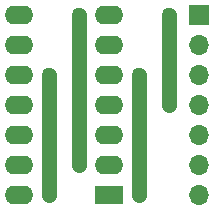
<source format=gtl>
G04 #@! TF.FileFunction,Copper,L1,Top,Signal*
%FSLAX46Y46*%
G04 Gerber Fmt 4.6, Leading zero omitted, Abs format (unit mm)*
G04 Created by KiCad (PCBNEW 4.0.2-stable) date 5/2/2017 7:57:29 PM*
%MOMM*%
G01*
G04 APERTURE LIST*
%ADD10C,0.100000*%
%ADD11R,1.700000X1.700000*%
%ADD12O,1.700000X1.700000*%
%ADD13R,2.400000X1.600000*%
%ADD14O,2.400000X1.600000*%
%ADD15C,1.270000*%
%ADD16C,1.270000*%
G04 APERTURE END LIST*
D10*
D11*
X170180000Y-102870000D03*
D12*
X170180000Y-105410000D03*
X170180000Y-107950000D03*
X170180000Y-110490000D03*
X170180000Y-113030000D03*
X170180000Y-115570000D03*
X170180000Y-118110000D03*
D13*
X162560000Y-118110000D03*
D14*
X154940000Y-102870000D03*
X162560000Y-115570000D03*
X154940000Y-105410000D03*
X162560000Y-113030000D03*
X154940000Y-107950000D03*
X162560000Y-110490000D03*
X154940000Y-110490000D03*
X162560000Y-107950000D03*
X154940000Y-113030000D03*
X162560000Y-105410000D03*
X154940000Y-115570000D03*
X162560000Y-102870000D03*
X154940000Y-118110000D03*
D15*
X167640000Y-110490000D03*
X167640000Y-102870000D03*
X160020000Y-115570000D03*
X160020000Y-102870000D03*
X165100000Y-118110000D03*
X165100000Y-107950000D03*
X157480000Y-107950000D03*
X157480000Y-118110000D03*
D16*
X167640000Y-102870000D02*
X167640000Y-110490000D01*
X160020000Y-102870000D02*
X160020000Y-115570000D01*
X165100000Y-107950000D02*
X165100000Y-118110000D01*
X157480000Y-118110000D02*
X157480000Y-107950000D01*
M02*

</source>
